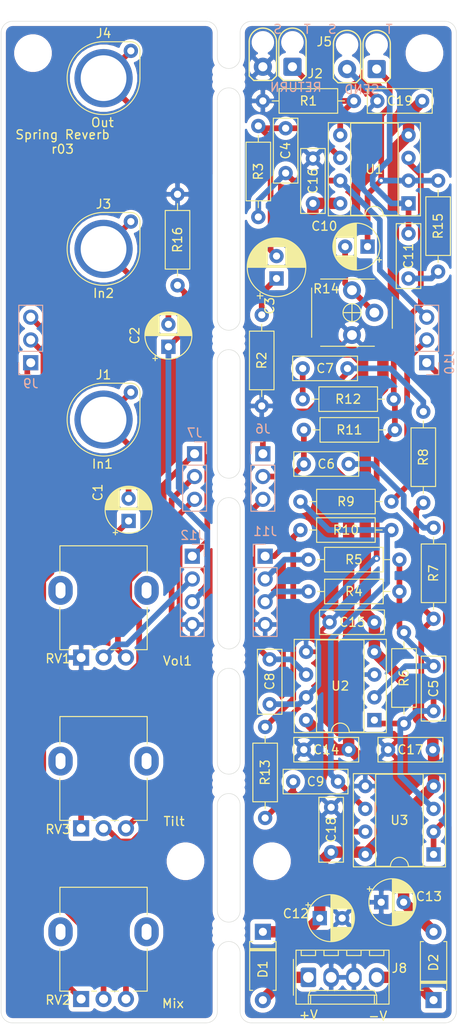
<source format=kicad_pcb>
(kicad_pcb (version 20171130) (host pcbnew "(5.1.8-0-10_14)")
  (layers (0 F.Cu signal) (31 B.Cu signal) (36 B.SilkS user) (37 F.SilkS user) (38 B.Mask user) (39 F.Mask user) (44 Edge.Cuts user))
  (net 0 "")
  (net 1 "Net-(C3-Pad2)")
  (net 2 "Net-(C3-Pad1)")
  (net 3 "Net-(C5-Pad2)")
  (net 4 "Net-(C6-Pad2)")
  (net 5 "Net-(C7-Pad1)")
  (net 6 "Net-(C8-Pad1)")
  (net 7 GND)
  (net 8 +12V)
  (net 9 -12V)
  (net 10 "Net-(C11-Pad2)")
  (net 11 "Net-(C11-Pad1)")
  (net 12 /AUDIO1_IN_MAIN)
  (net 13 /AUDIO2_IN_MAIN)
  (net 14 /AUDIO_OUT_MAIN)
  (net 15 /TILT_HI_MAIN)
  (net 16 /TILT_LO_MAIN)
  (net 17 /TILT_CENTRE_MAIN)
  (net 18 /AUDIO1_IN_CTRL)
  (net 19 /AUDIO2_IN_CTRL)
  (net 20 /AUDIO_OUT_CTRL)
  (net 21 /TILT_HI_CTRL)
  (net 22 /TILT_CENTRE_CTRL)
  (net 23 /TILT_LO_CTRL)
  (net 24 GND1)
  (net 25 "Net-(C1-Pad1)")
  (net 26 "Net-(C2-Pad2)")
  (net 27 /AUDIO_WET_MAIN)
  (net 28 /AUDIO_MIX)
  (net 29 "Net-(D1-Pad2)")
  (net 30 "Net-(D2-Pad1)")
  (net 31 /AUDIO_MIX_CTRL)
  (net 32 /AUDIO_WET_CTRL)
  (net 33 /AUDIO_DRY_CTRL)
  (net 34 /AUDIO_MIX_MAIN)
  (net 35 /AUDIO_DRY_MAIN)
  (net 36 "Net-(C1-Pad2)")
  (net 37 "Net-(C9-Pad2)")
  (net 38 "Net-(C9-Pad1)")
  (net 39 "Net-(C10-Pad2)")
  (net 40 "Net-(C10-Pad1)")
  (net 41 "Net-(J2-Pad1)")
  (module rumblesan-footprints:Resistor_THT_L6.3mm_D2.5mm_P10.16mm_Horizontal (layer F.Cu) (at 120.015 67.564 90)
    (fp_text reference R16 (at 5.08 0 90) (layer F.SilkS))
    (fp_text value 100k)
    (pad 2 thru_hole oval (at 10.16 0 90) (size 1.6 1.6) (drill 0.8) (layers *.Cu *.Mask) (net 24 GND1))
    (pad 1 thru_hole circle (at 0 0 90) (size 1.6 1.6) (drill 0.8) (layers *.Cu *.Mask) (net 19 /AUDIO2_IN_CTRL))
  )
  (module Potentiometer_THT:Potentiometer_Alpha_RD901F-40-00D_Single_Vertical (layer F.Cu) (at 111.76 139.7 90)
    (fp_text reference RV2 (at -7.62 -5.08 180) (layer F.SilkS))
    (fp_text value 100k)
    (pad "" thru_hole oval (at 0 -4.8 180) (size 2.72 3.24) (drill oval 1.1 1.8) (layers *.Cu *.Mask))
    (pad "" thru_hole oval (at 0 4.8 180) (size 2.72 3.24) (drill oval 1.1 1.8) (layers *.Cu *.Mask))
    (pad 3 thru_hole circle (at -7.5 2.5 180) (size 1.8 1.8) (drill 1) (layers *.Cu *.Mask) (net 32 /AUDIO_WET_CTRL))
    (pad 2 thru_hole circle (at -7.5 0 180) (size 1.8 1.8) (drill 1) (layers *.Cu *.Mask) (net 31 /AUDIO_MIX_CTRL))
    (pad 1 thru_hole rect (at -7.5 -2.5 180) (size 1.8 1.8) (drill 1) (layers *.Cu *.Mask) (net 33 /AUDIO_DRY_CTRL))
  )
  (module MountingHole:MountingHole_3.2mm_M3 (layer F.Cu) (at 103.886 41.656)
    (fp_text reference REF** hide)
    (fp_text value MountingHole_3.2mm_M3 hide)
    (pad 1 np_thru_hole circle (at 0 0) (size 3.2 3.2) (drill 3.2) (layers *.Cu *.Mask))
  )
  (module MountingHole:MountingHole_3.2mm_M3 (layer F.Cu) (at 130.556 131.826)
    (fp_text reference REF** hide)
    (fp_text value MountingHole_3.2mm_M3 hide)
    (pad 1 np_thru_hole circle (at 0 0) (size 3.2 3.2) (drill 3.2) (layers *.Cu *.Mask))
  )
  (module MountingHole:MountingHole_3.2mm_M3 (layer F.Cu) (at 120.904 131.826)
    (fp_text reference REF** hide)
    (fp_text value MountingHole_3.2mm_M3 hide)
    (pad 1 np_thru_hole circle (at 0 0) (size 3.2 3.2) (drill 3.2) (layers *.Cu *.Mask))
  )
  (module MountingHole:MountingHole_3.2mm_M3 (layer F.Cu) (at 147.574 41.656)
    (fp_text reference REF** hide)
    (fp_text value MountingHole_3.2mm_M3 hide)
    (pad 1 np_thru_hole circle (at 0 0) (size 3.2 3.2) (drill 3.2) (layers *.Cu *.Mask))
  )
  (module rumblesan-footprints:Potentiometer_THT_Bourns_3306P_Vertical (layer F.Cu) (at 139.486 70.612 270)
    (fp_text reference R14 (at -2.667 2.881 180) (layer F.SilkS))
    (fp_text value 10k)
    (pad 3 thru_hole circle (at 2.5 0 270) (size 2 2) (drill 1.1) (layers *.Cu *.Mask) (net 7 GND))
    (pad 1 thru_hole circle (at -2.5 0 270) (size 2 2) (drill 1.1) (layers *.Cu *.Mask) (net 39 "Net-(C10-Pad2)"))
    (pad 2 thru_hole circle (at 0 -2.5 270) (size 2 2) (drill 1.1) (layers *.Cu *.Mask) (net 39 "Net-(C10-Pad2)"))
  )
  (module rumblesan-footprints:Resistor_THT_L6.3mm_D2.5mm_P10.16mm_Horizontal (layer F.Cu) (at 129.794 116.84 270)
    (fp_text reference R13 (at 5.08 0 90) (layer F.SilkS))
    (fp_text value 330)
    (pad 2 thru_hole oval (at 10.16 0 270) (size 1.6 1.6) (drill 0.8) (layers *.Cu *.Mask) (net 38 "Net-(C9-Pad1)"))
    (pad 1 thru_hole circle (at 0 0 270) (size 1.6 1.6) (drill 0.8) (layers *.Cu *.Mask) (net 14 /AUDIO_OUT_MAIN))
  )
  (module rumblesan-footprints:Resistor_THT_L6.3mm_D2.5mm_P10.16mm_Horizontal (layer F.Cu) (at 129.413 70.866 270)
    (fp_text reference R2 (at 5.08 0 90) (layer F.SilkS))
    (fp_text value 22r)
    (pad 2 thru_hole oval (at 10.16 0 270) (size 1.6 1.6) (drill 0.8) (layers *.Cu *.Mask) (net 7 GND))
    (pad 1 thru_hole circle (at 0 0 270) (size 1.6 1.6) (drill 0.8) (layers *.Cu *.Mask) (net 2 "Net-(C3-Pad1)"))
  )
  (module rumblesan-footprints:Molex_KK-254_AE-6410-04A_1x04_P2.54mm_Vertical (layer F.Cu) (at 134.62 144.78)
    (fp_text reference J8 (at 10.16 -1.016) (layer F.SilkS))
    (fp_text value Conn_01x04_Male hide)
    (pad 4 thru_hole oval (at 7.62 0) (size 1.74 2.19) (drill 1.19) (layers *.Cu *.Mask) (net 30 "Net-(D2-Pad1)"))
    (pad 3 thru_hole oval (at 5.08 0) (size 1.74 2.19) (drill 1.19) (layers *.Cu *.Mask) (net 7 GND))
    (pad 2 thru_hole oval (at 2.54 0) (size 1.74 2.19) (drill 1.19) (layers *.Cu *.Mask) (net 7 GND))
    (pad 1 thru_hole roundrect (at 0 0) (size 1.74 2.19) (drill 1.19) (layers *.Cu *.Mask) (roundrect_rratio 0.1436775862068966) (net 29 "Net-(D1-Pad2)"))
  )
  (module Connector_PinHeader_2.54mm:PinHeader_1x03_P2.54mm_Vertical (layer B.Cu) (at 121.92 86.36 180)
    (fp_text reference J7 (at 0 2.33) (layer B.SilkS) (effects (justify mirror)))
    (fp_text value TILT_CTRL)
    (pad 3 thru_hole oval (at 0 -5.08 180) (size 1.7 1.7) (drill 1) (layers *.Cu *.Mask) (net 22 /TILT_CENTRE_CTRL))
    (pad 2 thru_hole oval (at 0 -2.54 180) (size 1.7 1.7) (drill 1) (layers *.Cu *.Mask) (net 21 /TILT_HI_CTRL))
    (pad 1 thru_hole rect (at 0 0 180) (size 1.7 1.7) (drill 1) (layers *.Cu *.Mask) (net 23 /TILT_LO_CTRL))
  )
  (module Connector_PinSocket_2.54mm:PinSocket_1x03_P2.54mm_Vertical (layer B.Cu) (at 129.54 86.36 180)
    (fp_text reference J6 (at 0 2.77) (layer B.SilkS) (effects (justify mirror)))
    (fp_text value TILT_MAIN)
    (pad 3 thru_hole oval (at 0 -5.08 180) (size 1.7 1.7) (drill 1) (layers *.Cu *.Mask) (net 17 /TILT_CENTRE_MAIN))
    (pad 2 thru_hole oval (at 0 -2.54 180) (size 1.7 1.7) (drill 1) (layers *.Cu *.Mask) (net 15 /TILT_HI_MAIN))
    (pad 1 thru_hole rect (at 0 0 180) (size 1.7 1.7) (drill 1) (layers *.Cu *.Mask) (net 16 /TILT_LO_MAIN))
  )
  (module rumblesan-footprints:SolderWire-24AWG-0.2sqmm_1x02_D0.5mm_OD1.1mm_Relief (layer F.Cu) (at 142.24 43.434 180)
    (fp_text reference J5 (at 5.842 3.048) (layer F.SilkS))
    (fp_text value REV_SEND)
    (pad "" np_thru_hole circle (at 0 2.73 180) (size 1.5 1.5) (drill 1.5) (layers *.Cu *.Mask))
    (pad 1 thru_hole roundrect (at 0 0 180) (size 2.032 2.032) (drill 1.016) (layers *.Cu *.Mask) (roundrect_rratio 0.125) (net 40 "Net-(C10-Pad1)"))
    (pad "" np_thru_hole circle (at 3.302 2.73 180) (size 1.5 1.5) (drill 1.5) (layers *.Cu *.Mask))
    (pad 2 thru_hole circle (at 3.302 0 180) (size 2.032 2.032) (drill 1.016) (layers *.Cu *.Mask) (net 11 "Net-(C11-Pad1)"))
  )
  (module rumblesan-footprints:BananaJack_THT_JohnsonCinch_108-09 (layer F.Cu) (at 111.76 63.5)
    (fp_text reference J3 (at 0 -5) (layer F.SilkS))
    (fp_text value IN2)
    (pad 1 thru_hole circle (at 3.048 -3.048) (size 1.6 1.6) (drill 0.8) (layers *.Cu *.Mask) (net 26 "Net-(C2-Pad2)"))
    (pad 1 thru_hole circle (at 0 0) (size 6.5 6.5) (drill 5.1) (layers *.Cu *.Mask) (net 26 "Net-(C2-Pad2)"))
  )
  (module rumblesan-footprints:SolderWire-24AWG-0.2sqmm_1x02_D0.5mm_OD1.1mm_Relief (layer F.Cu) (at 132.842 43.18 180)
    (fp_text reference J2 (at -2.54 -0.762) (layer F.SilkS))
    (fp_text value REV_RETURN)
    (pad "" np_thru_hole circle (at 0 2.73 180) (size 1.5 1.5) (drill 1.5) (layers *.Cu *.Mask))
    (pad 1 thru_hole roundrect (at 0 0 180) (size 2.032 2.032) (drill 1.016) (layers *.Cu *.Mask) (roundrect_rratio 0.125) (net 41 "Net-(J2-Pad1)"))
    (pad "" np_thru_hole circle (at 3.302 2.73 180) (size 1.5 1.5) (drill 1.5) (layers *.Cu *.Mask))
    (pad 2 thru_hole circle (at 3.302 0 180) (size 2.032 2.032) (drill 1.016) (layers *.Cu *.Mask) (net 7 GND))
  )
  (module Capacitor_THT:CP_Radial_D5.0mm_P2.50mm (layer F.Cu) (at 142.748 136.398)
    (fp_text reference C13 (at 5.334 -0.635) (layer F.SilkS))
    (fp_text value 10uf)
    (pad 2 thru_hole circle (at 2.5 0) (size 1.6 1.6) (drill 0.8) (layers *.Cu *.Mask) (net 9 -12V))
    (pad 1 thru_hole rect (at 0 0) (size 1.6 1.6) (drill 0.8) (layers *.Cu *.Mask) (net 7 GND))
  )
  (module Capacitor_THT:CP_Radial_D5.0mm_P2.50mm (layer F.Cu) (at 135.89 138.176)
    (fp_text reference C12 (at -2.667 -0.508) (layer F.SilkS))
    (fp_text value 10uf)
    (pad 2 thru_hole circle (at 2.5 0) (size 1.6 1.6) (drill 0.8) (layers *.Cu *.Mask) (net 7 GND))
    (pad 1 thru_hole rect (at 0 0) (size 1.6 1.6) (drill 0.8) (layers *.Cu *.Mask) (net 8 +12V))
  )
  (module Capacitor_THT:C_Rect_L7.0mm_W2.5mm_P5.00mm (layer F.Cu) (at 145.796 61.802 270)
    (fp_text reference C11 (at 2.5 0 90) (layer F.SilkS))
    (fp_text value 3n3f)
    (pad 2 thru_hole circle (at 5 0 270) (size 1.6 1.6) (drill 0.8) (layers *.Cu *.Mask) (net 10 "Net-(C11-Pad2)"))
    (pad 1 thru_hole circle (at 0 0 270) (size 1.6 1.6) (drill 0.8) (layers *.Cu *.Mask) (net 11 "Net-(C11-Pad1)"))
  )
  (module Capacitor_THT:C_Rect_L7.0mm_W2.5mm_P5.00mm (layer F.Cu) (at 132.922 122.936)
    (fp_text reference C9 (at 2.5 0) (layer F.SilkS))
    (fp_text value 22pf)
    (pad 2 thru_hole circle (at 5 0) (size 1.6 1.6) (drill 0.8) (layers *.Cu *.Mask) (net 37 "Net-(C9-Pad2)"))
    (pad 1 thru_hole circle (at 0 0) (size 1.6 1.6) (drill 0.8) (layers *.Cu *.Mask) (net 38 "Net-(C9-Pad1)"))
  )
  (module Potentiometer_THT:Potentiometer_Alpha_RD901F-40-00D_Single_Vertical (layer F.Cu) (at 111.76 120.65 90)
    (fp_text reference RV3 (at -7.62 -5.08) (layer F.SilkS))
    (fp_text value 10k)
    (pad "" thru_hole oval (at 0 -4.8 180) (size 2.72 3.24) (drill oval 1.1 1.8) (layers *.Cu *.Mask))
    (pad "" thru_hole oval (at 0 4.8 180) (size 2.72 3.24) (drill oval 1.1 1.8) (layers *.Cu *.Mask))
    (pad 3 thru_hole circle (at -7.5 2.5 180) (size 1.8 1.8) (drill 1) (layers *.Cu *.Mask) (net 21 /TILT_HI_CTRL))
    (pad 2 thru_hole circle (at -7.5 0 180) (size 1.8 1.8) (drill 1) (layers *.Cu *.Mask) (net 22 /TILT_CENTRE_CTRL))
    (pad 1 thru_hole rect (at -7.5 -2.5 180) (size 1.8 1.8) (drill 1) (layers *.Cu *.Mask) (net 23 /TILT_LO_CTRL))
  )
  (module Potentiometer_THT:Potentiometer_Alpha_RD901F-40-00D_Single_Vertical (layer F.Cu) (at 111.76 101.6 90)
    (fp_text reference RV1 (at -7.62 -5.08) (layer F.SilkS))
    (fp_text value 100k)
    (pad "" thru_hole oval (at 0 -4.8 180) (size 2.72 3.24) (drill oval 1.1 1.8) (layers *.Cu *.Mask))
    (pad "" thru_hole oval (at 0 4.8 180) (size 2.72 3.24) (drill oval 1.1 1.8) (layers *.Cu *.Mask))
    (pad 3 thru_hole circle (at -7.5 2.5 180) (size 1.8 1.8) (drill 1) (layers *.Cu *.Mask) (net 25 "Net-(C1-Pad1)"))
    (pad 2 thru_hole circle (at -7.5 0 180) (size 1.8 1.8) (drill 1) (layers *.Cu *.Mask) (net 18 /AUDIO1_IN_CTRL))
    (pad 1 thru_hole rect (at -7.5 -2.5 180) (size 1.8 1.8) (drill 1) (layers *.Cu *.Mask) (net 24 GND1))
  )
  (module Package_DIP:DIP-8_W7.62mm_Socket (layer F.Cu) (at 148.59 131.064 180)
    (fp_text reference U3 (at 3.81 3.81) (layer F.SilkS))
    (fp_text value TL072)
    (pad 8 thru_hole oval (at 7.62 0 180) (size 1.6 1.6) (drill 0.8) (layers *.Cu *.Mask) (net 8 +12V))
    (pad 4 thru_hole oval (at 0 7.62 180) (size 1.6 1.6) (drill 0.8) (layers *.Cu *.Mask) (net 9 -12V))
    (pad 7 thru_hole oval (at 7.62 2.54 180) (size 1.6 1.6) (drill 0.8) (layers *.Cu *.Mask) (net 38 "Net-(C9-Pad1)"))
    (pad 3 thru_hole oval (at 0 5.08 180) (size 1.6 1.6) (drill 0.8) (layers *.Cu *.Mask) (net 28 /AUDIO_MIX))
    (pad 6 thru_hole oval (at 7.62 5.08 180) (size 1.6 1.6) (drill 0.8) (layers *.Cu *.Mask) (net 37 "Net-(C9-Pad2)"))
    (pad 2 thru_hole oval (at 0 2.54 180) (size 1.6 1.6) (drill 0.8) (layers *.Cu *.Mask) (net 35 /AUDIO_DRY_MAIN))
    (pad 5 thru_hole oval (at 7.62 7.62 180) (size 1.6 1.6) (drill 0.8) (layers *.Cu *.Mask) (net 7 GND))
    (pad 1 thru_hole rect (at 0 0 180) (size 1.6 1.6) (drill 0.8) (layers *.Cu *.Mask) (net 35 /AUDIO_DRY_MAIN))
  )
  (module Package_DIP:DIP-8_W7.62mm_Socket (layer F.Cu) (at 141.986 116.078 180)
    (fp_text reference U2 (at 3.81 3.81) (layer F.SilkS))
    (fp_text value NE5532)
    (pad 8 thru_hole oval (at 7.62 0 180) (size 1.6 1.6) (drill 0.8) (layers *.Cu *.Mask) (net 8 +12V))
    (pad 4 thru_hole oval (at 0 7.62 180) (size 1.6 1.6) (drill 0.8) (layers *.Cu *.Mask) (net 9 -12V))
    (pad 7 thru_hole oval (at 7.62 2.54 180) (size 1.6 1.6) (drill 0.8) (layers *.Cu *.Mask) (net 6 "Net-(C8-Pad1)"))
    (pad 3 thru_hole oval (at 0 5.08 180) (size 1.6 1.6) (drill 0.8) (layers *.Cu *.Mask) (net 7 GND))
    (pad 6 thru_hole oval (at 7.62 5.08 180) (size 1.6 1.6) (drill 0.8) (layers *.Cu *.Mask) (net 17 /TILT_CENTRE_MAIN))
    (pad 2 thru_hole oval (at 0 2.54 180) (size 1.6 1.6) (drill 0.8) (layers *.Cu *.Mask) (net 3 "Net-(C5-Pad2)"))
    (pad 5 thru_hole oval (at 7.62 7.62 180) (size 1.6 1.6) (drill 0.8) (layers *.Cu *.Mask) (net 7 GND))
    (pad 1 thru_hole rect (at 0 0 180) (size 1.6 1.6) (drill 0.8) (layers *.Cu *.Mask) (net 28 /AUDIO_MIX))
  )
  (module Package_DIP:DIP-8_W7.62mm_Socket (layer F.Cu) (at 145.796 58.42 180)
    (fp_text reference U1 (at 3.81 3.81) (layer F.SilkS))
    (fp_text value TL072)
    (pad 8 thru_hole oval (at 7.62 0 180) (size 1.6 1.6) (drill 0.8) (layers *.Cu *.Mask) (net 8 +12V))
    (pad 4 thru_hole oval (at 0 7.62 180) (size 1.6 1.6) (drill 0.8) (layers *.Cu *.Mask) (net 9 -12V))
    (pad 7 thru_hole oval (at 7.62 2.54 180) (size 1.6 1.6) (drill 0.8) (layers *.Cu *.Mask) (net 27 /AUDIO_WET_MAIN))
    (pad 3 thru_hole oval (at 0 5.08 180) (size 1.6 1.6) (drill 0.8) (layers *.Cu *.Mask) (net 6 "Net-(C8-Pad1)"))
    (pad 6 thru_hole oval (at 7.62 5.08 180) (size 1.6 1.6) (drill 0.8) (layers *.Cu *.Mask) (net 1 "Net-(C3-Pad2)"))
    (pad 2 thru_hole oval (at 0 2.54 180) (size 1.6 1.6) (drill 0.8) (layers *.Cu *.Mask) (net 40 "Net-(C10-Pad1)"))
    (pad 5 thru_hole oval (at 7.62 7.62 180) (size 1.6 1.6) (drill 0.8) (layers *.Cu *.Mask) (net 41 "Net-(J2-Pad1)"))
    (pad 1 thru_hole rect (at 0 0 180) (size 1.6 1.6) (drill 0.8) (layers *.Cu *.Mask) (net 11 "Net-(C11-Pad1)"))
  )
  (module rumblesan-footprints:Resistor_THT_L6.3mm_D2.5mm_P10.16mm_Horizontal (layer F.Cu) (at 149.098 66.04 90)
    (fp_text reference R15 (at 5.08 0 90) (layer F.SilkS))
    (fp_text value 2k2)
    (pad 2 thru_hole oval (at 10.16 0 90) (size 1.6 1.6) (drill 0.8) (layers *.Cu *.Mask) (net 40 "Net-(C10-Pad1)"))
    (pad 1 thru_hole circle (at 0 0 90) (size 1.6 1.6) (drill 0.8) (layers *.Cu *.Mask) (net 10 "Net-(C11-Pad2)"))
  )
  (module rumblesan-footprints:Resistor_THT_L6.3mm_D2.5mm_P10.16mm_Horizontal (layer F.Cu) (at 144.145 80.264 180)
    (fp_text reference R12 (at 5.08 0) (layer F.SilkS))
    (fp_text value 2k2)
    (pad 2 thru_hole oval (at 10.16 0 180) (size 1.6 1.6) (drill 0.8) (layers *.Cu *.Mask) (net 5 "Net-(C7-Pad1)"))
    (pad 1 thru_hole circle (at 0 0 180) (size 1.6 1.6) (drill 0.8) (layers *.Cu *.Mask) (net 6 "Net-(C8-Pad1)"))
  )
  (module rumblesan-footprints:Resistor_THT_L6.3mm_D2.5mm_P10.16mm_Horizontal (layer F.Cu) (at 144.272 83.693 180)
    (fp_text reference R11 (at 5.08 0) (layer F.SilkS))
    (fp_text value 6k8)
    (pad 2 thru_hole oval (at 10.16 0 180) (size 1.6 1.6) (drill 0.8) (layers *.Cu *.Mask) (net 15 /TILT_HI_MAIN))
    (pad 1 thru_hole circle (at 0 0 180) (size 1.6 1.6) (drill 0.8) (layers *.Cu *.Mask) (net 6 "Net-(C8-Pad1)"))
  )
  (module rumblesan-footprints:Resistor_THT_L6.3mm_D2.5mm_P10.16mm_Horizontal (layer F.Cu) (at 133.731 94.869)
    (fp_text reference R10 (at 5.08 0) (layer F.SilkS))
    (fp_text value 100k)
    (pad 2 thru_hole oval (at 10.16 0) (size 1.6 1.6) (drill 0.8) (layers *.Cu *.Mask) (net 37 "Net-(C9-Pad2)"))
    (pad 1 thru_hole circle (at 0 0) (size 1.6 1.6) (drill 0.8) (layers *.Cu *.Mask) (net 14 /AUDIO_OUT_MAIN))
  )
  (module rumblesan-footprints:Resistor_THT_L6.3mm_D2.5mm_P10.16mm_Horizontal (layer F.Cu) (at 133.731 91.694)
    (fp_text reference R9 (at 5.08 0) (layer F.SilkS))
    (fp_text value 100k)
    (pad 2 thru_hole oval (at 10.16 0) (size 1.6 1.6) (drill 0.8) (layers *.Cu *.Mask) (net 34 /AUDIO_MIX_MAIN))
    (pad 1 thru_hole circle (at 0 0) (size 1.6 1.6) (drill 0.8) (layers *.Cu *.Mask) (net 37 "Net-(C9-Pad2)"))
  )
  (module rumblesan-footprints:Resistor_THT_L6.3mm_D2.5mm_P10.16mm_Horizontal (layer F.Cu) (at 147.447 81.661 270)
    (fp_text reference R8 (at 5.08 0 90) (layer F.SilkS))
    (fp_text value 6k8)
    (pad 2 thru_hole oval (at 10.16 0 270) (size 1.6 1.6) (drill 0.8) (layers *.Cu *.Mask) (net 28 /AUDIO_MIX))
    (pad 1 thru_hole circle (at 0 0 270) (size 1.6 1.6) (drill 0.8) (layers *.Cu *.Mask) (net 16 /TILT_LO_MAIN))
  )
  (module rumblesan-footprints:Resistor_THT_L6.3mm_D2.5mm_P10.16mm_Horizontal (layer F.Cu) (at 148.59 94.615 270)
    (fp_text reference R7 (at 5.08 0 90) (layer F.SilkS))
    (fp_text value 2k2)
    (pad 2 thru_hole oval (at 10.16 0 270) (size 1.6 1.6) (drill 0.8) (layers *.Cu *.Mask) (net 28 /AUDIO_MIX))
    (pad 1 thru_hole circle (at 0 0 270) (size 1.6 1.6) (drill 0.8) (layers *.Cu *.Mask) (net 4 "Net-(C6-Pad2)"))
  )
  (module rumblesan-footprints:Resistor_THT_L6.3mm_D2.5mm_P10.16mm_Horizontal (layer F.Cu) (at 145.288 116.459 90)
    (fp_text reference R6 (at 5.08 0 90) (layer F.SilkS))
    (fp_text value 10k)
    (pad 2 thru_hole oval (at 10.16 0 90) (size 1.6 1.6) (drill 0.8) (layers *.Cu *.Mask) (net 3 "Net-(C5-Pad2)"))
    (pad 1 thru_hole circle (at 0 0 90) (size 1.6 1.6) (drill 0.8) (layers *.Cu *.Mask) (net 28 /AUDIO_MIX))
  )
  (module rumblesan-footprints:Resistor_THT_L6.3mm_D2.5mm_P10.16mm_Horizontal (layer F.Cu) (at 144.78 98.171 180)
    (fp_text reference R5 (at 5.08 0) (layer F.SilkS))
    (fp_text value 10k)
    (pad 2 thru_hole oval (at 10.16 0 180) (size 1.6 1.6) (drill 0.8) (layers *.Cu *.Mask) (net 12 /AUDIO1_IN_MAIN))
    (pad 1 thru_hole circle (at 0 0 180) (size 1.6 1.6) (drill 0.8) (layers *.Cu *.Mask) (net 3 "Net-(C5-Pad2)"))
  )
  (module rumblesan-footprints:Resistor_THT_L6.3mm_D2.5mm_P10.16mm_Horizontal (layer F.Cu) (at 144.78 101.727 180)
    (fp_text reference R4 (at 5.08 0) (layer F.SilkS))
    (fp_text value 10k)
    (pad 2 thru_hole oval (at 10.16 0 180) (size 1.6 1.6) (drill 0.8) (layers *.Cu *.Mask) (net 13 /AUDIO2_IN_MAIN))
    (pad 1 thru_hole circle (at 0 0 180) (size 1.6 1.6) (drill 0.8) (layers *.Cu *.Mask) (net 3 "Net-(C5-Pad2)"))
  )
  (module rumblesan-footprints:Resistor_THT_L6.3mm_D2.5mm_P10.16mm_Horizontal (layer F.Cu) (at 129.032 59.944 90)
    (fp_text reference R3 (at 5.08 0 90) (layer F.SilkS))
    (fp_text value 22k)
    (pad 2 thru_hole oval (at 10.16 0 90) (size 1.6 1.6) (drill 0.8) (layers *.Cu *.Mask) (net 1 "Net-(C3-Pad2)"))
    (pad 1 thru_hole circle (at 0 0 90) (size 1.6 1.6) (drill 0.8) (layers *.Cu *.Mask) (net 27 /AUDIO_WET_MAIN))
  )
  (module rumblesan-footprints:Resistor_THT_L6.3mm_D2.5mm_P10.16mm_Horizontal (layer F.Cu) (at 139.7 46.99 180)
    (fp_text reference R1 (at 5.08 0) (layer F.SilkS))
    (fp_text value 4k7)
    (pad 2 thru_hole oval (at 10.16 0 180) (size 1.6 1.6) (drill 0.8) (layers *.Cu *.Mask) (net 7 GND))
    (pad 1 thru_hole circle (at 0 0 180) (size 1.6 1.6) (drill 0.8) (layers *.Cu *.Mask) (net 41 "Net-(J2-Pad1)"))
  )
  (module Connector_PinHeader_2.54mm:PinHeader_1x04_P2.54mm_Vertical (layer B.Cu) (at 121.666 97.79 180)
    (fp_text reference J12 (at 0 2.33) (layer B.SilkS) (effects (justify mirror)))
    (fp_text value AUDIO_IO_CTRL)
    (pad 4 thru_hole oval (at 0 -7.62 180) (size 1.7 1.7) (drill 1) (layers *.Cu *.Mask) (net 24 GND1))
    (pad 3 thru_hole oval (at 0 -5.08 180) (size 1.7 1.7) (drill 1) (layers *.Cu *.Mask) (net 19 /AUDIO2_IN_CTRL))
    (pad 2 thru_hole oval (at 0 -2.54 180) (size 1.7 1.7) (drill 1) (layers *.Cu *.Mask) (net 18 /AUDIO1_IN_CTRL))
    (pad 1 thru_hole rect (at 0 0 180) (size 1.7 1.7) (drill 1) (layers *.Cu *.Mask) (net 20 /AUDIO_OUT_CTRL))
  )
  (module Connector_PinSocket_2.54mm:PinSocket_1x04_P2.54mm_Vertical (layer B.Cu) (at 129.794 97.79 180)
    (fp_text reference J11 (at 0 2.77) (layer B.SilkS) (effects (justify mirror)))
    (fp_text value AUDIO_IO_MAIN)
    (pad 4 thru_hole oval (at 0 -7.62 180) (size 1.7 1.7) (drill 1) (layers *.Cu *.Mask) (net 7 GND))
    (pad 3 thru_hole oval (at 0 -5.08 180) (size 1.7 1.7) (drill 1) (layers *.Cu *.Mask) (net 13 /AUDIO2_IN_MAIN))
    (pad 2 thru_hole oval (at 0 -2.54 180) (size 1.7 1.7) (drill 1) (layers *.Cu *.Mask) (net 12 /AUDIO1_IN_MAIN))
    (pad 1 thru_hole rect (at 0 0 180) (size 1.7 1.7) (drill 1) (layers *.Cu *.Mask) (net 14 /AUDIO_OUT_MAIN))
  )
  (module Connector_PinSocket_2.54mm:PinSocket_1x03_P2.54mm_Vertical (layer B.Cu) (at 147.828 76.2)
    (fp_text reference J10 (at 2.54 0 270) (layer B.SilkS) (effects (justify mirror)))
    (fp_text value MIX_MAIN)
    (pad 3 thru_hole oval (at 0 -5.08) (size 1.7 1.7) (drill 1) (layers *.Cu *.Mask) (net 27 /AUDIO_WET_MAIN))
    (pad 2 thru_hole oval (at 0 -2.54) (size 1.7 1.7) (drill 1) (layers *.Cu *.Mask) (net 34 /AUDIO_MIX_MAIN))
    (pad 1 thru_hole rect (at 0 0) (size 1.7 1.7) (drill 1) (layers *.Cu *.Mask) (net 35 /AUDIO_DRY_MAIN))
  )
  (module Connector_PinHeader_2.54mm:PinHeader_1x03_P2.54mm_Vertical (layer B.Cu) (at 103.632 76.2)
    (fp_text reference J9 (at 0 2.33 180) (layer B.SilkS) (effects (justify mirror)))
    (fp_text value MIX_CTRL)
    (pad 3 thru_hole oval (at 0 -5.08) (size 1.7 1.7) (drill 1) (layers *.Cu *.Mask) (net 32 /AUDIO_WET_CTRL))
    (pad 2 thru_hole oval (at 0 -2.54) (size 1.7 1.7) (drill 1) (layers *.Cu *.Mask) (net 31 /AUDIO_MIX_CTRL))
    (pad 1 thru_hole rect (at 0 0) (size 1.7 1.7) (drill 1) (layers *.Cu *.Mask) (net 33 /AUDIO_DRY_CTRL))
  )
  (module rumblesan-footprints:BananaJack_THT_JohnsonCinch_108-09 (layer F.Cu) (at 111.76 44.45)
    (fp_text reference J4 (at 0 -5) (layer F.SilkS))
    (fp_text value OUT)
    (pad 1 thru_hole circle (at 3.048 -3.048) (size 1.6 1.6) (drill 0.8) (layers *.Cu *.Mask) (net 20 /AUDIO_OUT_CTRL))
    (pad 1 thru_hole circle (at 0 0) (size 6.5 6.5) (drill 5.1) (layers *.Cu *.Mask) (net 20 /AUDIO_OUT_CTRL))
  )
  (module rumblesan-footprints:BananaJack_THT_JohnsonCinch_108-09 (layer F.Cu) (at 111.76 82.55)
    (fp_text reference J1 (at 0 -5) (layer F.SilkS))
    (fp_text value IN1)
    (pad 1 thru_hole circle (at 3.048 -3.048) (size 1.6 1.6) (drill 0.8) (layers *.Cu *.Mask) (net 36 "Net-(C1-Pad2)"))
    (pad 1 thru_hole circle (at 0 0) (size 6.5 6.5) (drill 5.1) (layers *.Cu *.Mask) (net 36 "Net-(C1-Pad2)"))
  )
  (module rumblesan-footprints:Diode_THT_P7.62mm_Horizontal (layer F.Cu) (at 148.59 147.32 90)
    (fp_text reference D2 (at 4.191 0 90) (layer F.SilkS))
    (fp_text value 1n4004)
    (pad 2 thru_hole oval (at 7.62 0 90) (size 1.8 1.8) (drill 0.9) (layers *.Cu *.Mask) (net 9 -12V))
    (pad 1 thru_hole rect (at 0 0 90) (size 1.8 1.8) (drill 0.9) (layers *.Cu *.Mask) (net 30 "Net-(D2-Pad1)"))
  )
  (module rumblesan-footprints:Diode_THT_P7.62mm_Horizontal (layer F.Cu) (at 129.54 139.7 270)
    (fp_text reference D1 (at 4.191 0 90) (layer F.SilkS))
    (fp_text value 1n4004)
    (pad 2 thru_hole oval (at 7.62 0 270) (size 1.8 1.8) (drill 0.9) (layers *.Cu *.Mask) (net 29 "Net-(D1-Pad2)"))
    (pad 1 thru_hole rect (at 0 0 270) (size 1.8 1.8) (drill 0.9) (layers *.Cu *.Mask) (net 8 +12V))
  )
  (module Capacitor_THT:C_Rect_L7.0mm_W2.5mm_P5.00mm (layer F.Cu) (at 142.32 46.99)
    (fp_text reference C19 (at 2.5 0) (layer F.SilkS))
    (fp_text value 100nf)
    (pad 2 thru_hole circle (at 5 0) (size 1.6 1.6) (drill 0.8) (layers *.Cu *.Mask) (net 9 -12V))
    (pad 1 thru_hole circle (at 0 0) (size 1.6 1.6) (drill 0.8) (layers *.Cu *.Mask) (net 7 GND))
  )
  (module Capacitor_THT:C_Rect_L7.0mm_W2.5mm_P5.00mm (layer F.Cu) (at 137.16 130.81 90)
    (fp_text reference C18 (at 2.5 0 90) (layer F.SilkS))
    (fp_text value 100nf)
    (pad 2 thru_hole circle (at 5 0 90) (size 1.6 1.6) (drill 0.8) (layers *.Cu *.Mask) (net 7 GND))
    (pad 1 thru_hole circle (at 0 0 90) (size 1.6 1.6) (drill 0.8) (layers *.Cu *.Mask) (net 8 +12V))
  )
  (module Capacitor_THT:C_Rect_L7.0mm_W2.5mm_P5.00mm (layer F.Cu) (at 143.51 119.38)
    (fp_text reference C17 (at 2.5 0) (layer F.SilkS))
    (fp_text value 100nf)
    (pad 2 thru_hole circle (at 5 0) (size 1.6 1.6) (drill 0.8) (layers *.Cu *.Mask) (net 9 -12V))
    (pad 1 thru_hole circle (at 0 0) (size 1.6 1.6) (drill 0.8) (layers *.Cu *.Mask) (net 7 GND))
  )
  (module Capacitor_THT:C_Rect_L7.0mm_W2.5mm_P5.00mm (layer F.Cu) (at 135.128 58.42 90)
    (fp_text reference C16 (at 2.5 0 90) (layer F.SilkS))
    (fp_text value 100nf)
    (pad 2 thru_hole circle (at 5 0 90) (size 1.6 1.6) (drill 0.8) (layers *.Cu *.Mask) (net 7 GND))
    (pad 1 thru_hole circle (at 0 0 90) (size 1.6 1.6) (drill 0.8) (layers *.Cu *.Mask) (net 8 +12V))
  )
  (module Capacitor_THT:C_Rect_L7.0mm_W2.5mm_P5.00mm (layer F.Cu) (at 136.986 105.156)
    (fp_text reference C15 (at 2.54 0) (layer F.SilkS))
    (fp_text value 100nf)
    (pad 2 thru_hole circle (at 5 0) (size 1.6 1.6) (drill 0.8) (layers *.Cu *.Mask) (net 9 -12V))
    (pad 1 thru_hole circle (at 0 0) (size 1.6 1.6) (drill 0.8) (layers *.Cu *.Mask) (net 7 GND))
  )
  (module Capacitor_THT:C_Rect_L7.0mm_W2.5mm_P5.00mm (layer F.Cu) (at 139.112 119.38 180)
    (fp_text reference C14 (at 2.5 0) (layer F.SilkS))
    (fp_text value 100nf)
    (pad 2 thru_hole circle (at 5 0 180) (size 1.6 1.6) (drill 0.8) (layers *.Cu *.Mask) (net 7 GND))
    (pad 1 thru_hole circle (at 0 0 180) (size 1.6 1.6) (drill 0.8) (layers *.Cu *.Mask) (net 8 +12V))
  )
  (module Capacitor_THT:CP_Radial_D5.0mm_P2.50mm (layer F.Cu) (at 141.224 63.246 180)
    (fp_text reference C10 (at 4.826 2.286 180) (layer F.SilkS))
    (fp_text value 10uf)
    (pad 2 thru_hole circle (at 2.5 0 180) (size 1.6 1.6) (drill 0.8) (layers *.Cu *.Mask) (net 39 "Net-(C10-Pad2)"))
    (pad 1 thru_hole rect (at 0 0 180) (size 1.6 1.6) (drill 0.8) (layers *.Cu *.Mask) (net 40 "Net-(C10-Pad1)"))
  )
  (module Capacitor_THT:C_Rect_L7.0mm_W2.5mm_P5.00mm (layer F.Cu) (at 130.302 114.3 90)
    (fp_text reference C8 (at 2.54 0 90) (layer F.SilkS))
    (fp_text value 22pf)
    (pad 2 thru_hole circle (at 5 0 90) (size 1.6 1.6) (drill 0.8) (layers *.Cu *.Mask) (net 17 /TILT_CENTRE_MAIN))
    (pad 1 thru_hole circle (at 0 0 90) (size 1.6 1.6) (drill 0.8) (layers *.Cu *.Mask) (net 6 "Net-(C8-Pad1)"))
  )
  (module Capacitor_THT:C_Rect_L7.0mm_W2.5mm_P5.00mm (layer F.Cu) (at 133.985 76.835)
    (fp_text reference C7 (at 2.5 0) (layer F.SilkS))
    (fp_text value 33nf)
    (pad 2 thru_hole circle (at 5 0) (size 1.6 1.6) (drill 0.8) (layers *.Cu *.Mask) (net 16 /TILT_LO_MAIN))
    (pad 1 thru_hole circle (at 0 0) (size 1.6 1.6) (drill 0.8) (layers *.Cu *.Mask) (net 5 "Net-(C7-Pad1)"))
  )
  (module Capacitor_THT:C_Rect_L7.0mm_W2.5mm_P5.00mm (layer F.Cu) (at 134.112 87.503)
    (fp_text reference C6 (at 2.5 0) (layer F.SilkS))
    (fp_text value 33nf)
    (pad 2 thru_hole circle (at 5 0) (size 1.6 1.6) (drill 0.8) (layers *.Cu *.Mask) (net 4 "Net-(C6-Pad2)"))
    (pad 1 thru_hole circle (at 0 0) (size 1.6 1.6) (drill 0.8) (layers *.Cu *.Mask) (net 15 /TILT_HI_MAIN))
  )
  (module Capacitor_THT:C_Rect_L7.0mm_W2.5mm_P5.00mm (layer F.Cu) (at 148.59 115.062 90)
    (fp_text reference C5 (at 2.5 0 90) (layer F.SilkS))
    (fp_text value 22pf)
    (pad 2 thru_hole circle (at 5 0 90) (size 1.6 1.6) (drill 0.8) (layers *.Cu *.Mask) (net 3 "Net-(C5-Pad2)"))
    (pad 1 thru_hole circle (at 0 0 90) (size 1.6 1.6) (drill 0.8) (layers *.Cu *.Mask) (net 28 /AUDIO_MIX))
  )
  (module Capacitor_THT:C_Rect_L7.0mm_W2.5mm_P5.00mm (layer F.Cu) (at 132.08 55.038 90)
    (fp_text reference C4 (at 2.5 0 90) (layer F.SilkS))
    (fp_text value 2.2nf)
    (pad 2 thru_hole circle (at 5 0 90) (size 1.6 1.6) (drill 0.8) (layers *.Cu *.Mask) (net 1 "Net-(C3-Pad2)"))
    (pad 1 thru_hole circle (at 0 0 90) (size 1.6 1.6) (drill 0.8) (layers *.Cu *.Mask) (net 27 /AUDIO_WET_MAIN))
  )
  (module Capacitor_THT:CP_Radial_D6.3mm_P2.50mm (layer F.Cu) (at 131.064 66.802 90)
    (fp_text reference C3 (at -3.048 -0.762 90) (layer F.SilkS))
    (fp_text value 22uf)
    (pad 2 thru_hole circle (at 2.5 0 90) (size 1.6 1.6) (drill 0.8) (layers *.Cu *.Mask) (net 1 "Net-(C3-Pad2)"))
    (pad 1 thru_hole rect (at 0 0 90) (size 1.6 1.6) (drill 0.8) (layers *.Cu *.Mask) (net 2 "Net-(C3-Pad1)"))
  )
  (module Capacitor_THT:CP_Radial_D5.0mm_P2.50mm (layer F.Cu) (at 118.999 74.422 90)
    (fp_text reference C2 (at 1.25 -3.75 90) (layer F.SilkS))
    (fp_text value 10uf)
    (pad 2 thru_hole circle (at 2.5 0 90) (size 1.6 1.6) (drill 0.8) (layers *.Cu *.Mask) (net 26 "Net-(C2-Pad2)"))
    (pad 1 thru_hole rect (at 0 0 90) (size 1.6 1.6) (drill 0.8) (layers *.Cu *.Mask) (net 19 /AUDIO2_IN_CTRL))
  )
  (module Capacitor_THT:CP_Radial_D5.0mm_P2.50mm (layer F.Cu) (at 114.554 93.853 90)
    (fp_text reference C1 (at 3.175 -3.429 90) (layer F.SilkS))
    (fp_text value 10uf)
    (pad 2 thru_hole circle (at 2.5 0 90) (size 1.6 1.6) (drill 0.8) (layers *.Cu *.Mask) (net 36 "Net-(C1-Pad2)"))
    (pad 1 thru_hole rect (at 0 0 90) (size 1.6 1.6) (drill 0.8) (layers *.Cu *.Mask) (net 25 "Net-(C1-Pad1)"))
  )
  (module rumblesan-footprints:mouse-bite-2.54mm-slot (layer F.Cu) (at 125.73 123.19 90)
    (fp_text reference mouse-bite-2.54mm-slot hide)
    (fp_text value VAL** hide)
    (pad "" np_thru_hole circle (at 0.8 1.1 90) (size 0.5 0.5) (drill 0.5) (layers *.Cu *.Mask))
    (pad "" np_thru_hole circle (at -0.8 1.1 90) (size 0.5 0.5) (drill 0.5) (layers *.Cu *.Mask))
    (pad "" np_thru_hole circle (at -0.8 -1.1 90) (size 0.5 0.5) (drill 0.5) (layers *.Cu *.Mask))
    (pad "" np_thru_hole circle (at 0.8 -1.1 90) (size 0.5 0.5) (drill 0.5) (layers *.Cu *.Mask))
    (pad "" np_thru_hole circle (at 0 1.1 90) (size 0.5 0.5) (drill 0.5) (layers *.Cu *.Mask))
    (pad "" np_thru_hole circle (at 0 -1.1 90) (size 0.5 0.5) (drill 0.5) (layers *.Cu *.Mask))
  )
  (module rumblesan-footprints:mouse-bite-2.54mm-slot (layer F.Cu) (at 125.73 90.17 90)
    (fp_text reference mouse-bite-2.54mm-slot hide)
    (fp_text value VAL** hide)
    (pad "" np_thru_hole circle (at 0.8 1.1 90) (size 0.5 0.5) (drill 0.5) (layers *.Cu *.Mask))
    (pad "" np_thru_hole circle (at -0.8 1.1 90) (size 0.5 0.5) (drill 0.5) (layers *.Cu *.Mask))
    (pad "" np_thru_hole circle (at -0.8 -1.1 90) (size 0.5 0.5) (drill 0.5) (layers *.Cu *.Mask))
    (pad "" np_thru_hole circle (at 0.8 -1.1 90) (size 0.5 0.5) (drill 0.5) (layers *.Cu *.Mask))
    (pad "" np_thru_hole circle (at 0 1.1 90) (size 0.5 0.5) (drill 0.5) (layers *.Cu *.Mask))
    (pad "" np_thru_hole circle (at 0 -1.1 90) (size 0.5 0.5) (drill 0.5) (layers *.Cu *.Mask))
  )
  (module rumblesan-footprints:mouse-bite-2.54mm-slot (layer F.Cu) (at 125.73 44.45 90)
    (fp_text reference mouse-bite-2.54mm-slot hide)
    (fp_text value VAL** hide)
    (pad "" np_thru_hole circle (at 0.8 1.1 90) (size 0.5 0.5) (drill 0.5) (layers *.Cu *.Mask))
    (pad "" np_thru_hole circle (at -0.8 1.1 90) (size 0.5 0.5) (drill 0.5) (layers *.Cu *.Mask))
    (pad "" np_thru_hole circle (at -0.8 -1.1 90) (size 0.5 0.5) (drill 0.5) (layers *.Cu *.Mask))
    (pad "" np_thru_hole circle (at 0.8 -1.1 90) (size 0.5 0.5) (drill 0.5) (layers *.Cu *.Mask))
    (pad "" np_thru_hole circle (at 0 1.1 90) (size 0.5 0.5) (drill 0.5) (layers *.Cu *.Mask))
    (pad "" np_thru_hole circle (at 0 -1.1 90) (size 0.5 0.5) (drill 0.5) (layers *.Cu *.Mask))
  )
  (module rumblesan-footprints:mouse-bite-2.54mm-slot (layer F.Cu) (at 125.73 73.66 90)
    (fp_text reference mouse-bite-2.54mm-slot hide)
    (fp_text value VAL** hide)
    (pad "" np_thru_hole circle (at 0.8 1.1 90) (size 0.5 0.5) (drill 0.5) (layers *.Cu *.Mask))
    (pad "" np_thru_hole circle (at -0.8 1.1 90) (size 0.5 0.5) (drill 0.5) (layers *.Cu *.Mask))
    (pad "" np_thru_hole circle (at -0.8 -1.1 90) (size 0.5 0.5) (drill 0.5) (layers *.Cu *.Mask))
    (pad "" np_thru_hole circle (at 0.8 -1.1 90) (size 0.5 0.5) (drill 0.5) (layers *.Cu *.Mask))
    (pad "" np_thru_hole circle (at 0 1.1 90) (size 0.5 0.5) (drill 0.5) (layers *.Cu *.Mask))
    (pad "" np_thru_hole circle (at 0 -1.1 90) (size 0.5 0.5) (drill 0.5) (layers *.Cu *.Mask))
  )
  (module rumblesan-footprints:mouse-bite-2.54mm-slot (layer F.Cu) (at 125.73 109.22 90)
    (fp_text reference mouse-bite-2.54mm-slot hide)
    (fp_text value VAL** hide)
    (pad "" np_thru_hole circle (at 0.8 1.1 90) (size 0.5 0.5) (drill 0.5) (layers *.Cu *.Mask))
    (pad "" np_thru_hole circle (at -0.8 1.1 90) (size 0.5 0.5) (drill 0.5) (layers *.Cu *.Mask))
    (pad "" np_thru_hole circle (at -0.8 -1.1 90) (size 0.5 0.5) (drill 0.5) (layers *.Cu *.Mask))
    (pad "" np_thru_hole circle (at 0.8 -1.1 90) (size 0.5 0.5) (drill 0.5) (layers *.Cu *.Mask))
    (pad "" np_thru_hole circle (at 0 1.1 90) (size 0.5 0.5) (drill 0.5) (layers *.Cu *.Mask))
    (pad "" np_thru_hole circle (at 0 -1.1 90) (size 0.5 0.5) (drill 0.5) (layers *.Cu *.Mask))
  )
  (module rumblesan-footprints:mouse-bite-2.54mm-slot (layer F.Cu) (at 125.73 139.7 90)
    (fp_text reference mouse-bite-2.54mm-slot hide)
    (fp_text value VAL** hide)
    (pad "" np_thru_hole circle (at 0.8 1.1 90) (size 0.5 0.5) (drill 0.5) (layers *.Cu *.Mask))
    (pad "" np_thru_hole circle (at -0.8 1.1 90) (size 0.5 0.5) (drill 0.5) (layers *.Cu *.Mask))
    (pad "" np_thru_hole circle (at -0.8 -1.1 90) (size 0.5 0.5) (drill 0.5) (layers *.Cu *.Mask))
    (pad "" np_thru_hole circle (at 0.8 -1.1 90) (size 0.5 0.5) (drill 0.5) (layers *.Cu *.Mask))
    (pad "" np_thru_hole circle (at 0 1.1 90) (size 0.5 0.5) (drill 0.5) (layers *.Cu *.Mask))
    (pad "" np_thru_hole circle (at 0 -1.1 90) (size 0.5 0.5) (drill 0.5) (layers *.Cu *.Mask))
  )
  (gr_text In1 (at 111.633 87.503) (layer F.SilkS) (effects (font (size 1 1))))
  (gr_text In2 (at 111.76 68.453) (layer F.SilkS) (effects (font (size 1 1))))
  (gr_text Out (at 111.633 49.403) (layer F.SilkS) (effects (font (size 1 1))))
  (gr_text Vol1 (at 120.015 109.474) (layer F.SilkS) (effects (font (size 1 1))))
  (gr_text Tilt (at 119.634 127.381) (layer F.SilkS) (effects (font (size 1 1))))
  (gr_text Mix (at 119.507 147.701) (layer F.SilkS) (effects (font (size 1 1))))
  (gr_text "Spring Reverb\nr03" (at 107.188 51.562) (layer F.SilkS) (effects (font (size 1 1))))
  (gr_text S (at 131.191 38.989) (layer B.SilkS) (effects (font (size 1 1)) (justify mirror)))
  (gr_text T (at 134.493 38.989) (layer B.SilkS) (effects (font (size 1 1)) (justify mirror)))
  (gr_text RETURN (at 133.223 45.466) (layer B.SilkS) (effects (font (size 1 1)) (justify mirror)))
  (gr_text S (at 137.287 38.989) (layer B.SilkS) (effects (font (size 1 1)) (justify mirror)))
  (gr_text "T\n" (at 143.637 38.989) (layer B.SilkS) (effects (font (size 1 1)) (justify mirror)))
  (gr_text SEND (at 140.589 45.72) (layer B.SilkS) (effects (font (size 1 1)) (justify mirror)))
  (gr_text -V (at 142.367 149.098) (layer F.SilkS) (effects (font (size 1 1))))
  (gr_text +V (at 134.62 148.971) (layer F.SilkS) (effects (font (size 1 1))))
  (gr_line (start 124.46 92.5195) (end 124.46 106.8705) (layer Edge.Cuts) (width 0.05))
  (gr_line (start 127 106.8705) (end 127 92.5195) (layer Edge.Cuts) (width 0.05))
  (gr_line (start 124.46 120.8405) (end 124.46 111.5695) (layer Edge.Cuts) (width 0.05))
  (gr_line (start 127 111.5695) (end 127 120.8405) (layer Edge.Cuts) (width 0.05))
  (gr_arc (start 125.73 92.5195) (end 127 92.5195) (angle -180) (layer Edge.Cuts) (width 0.05))
  (gr_arc (start 125.73 87.8205) (end 124.46 87.8205) (angle -180) (layer Edge.Cuts) (width 0.05))
  (gr_arc (start 125.73 125.5395) (end 127 125.5395) (angle -180) (layer Edge.Cuts) (width 0.05))
  (gr_arc (start 125.73 120.8405) (end 124.46 120.8405) (angle -180) (layer Edge.Cuts) (width 0.05))
  (gr_arc (start 125.73 42.1005) (end 124.46 42.1005) (angle -180) (layer Edge.Cuts) (width 0.05))
  (gr_arc (start 125.73 46.7995) (end 127 46.7995) (angle -180) (layer Edge.Cuts) (width 0.05))
  (gr_arc (start 125.73 71.3105) (end 124.46 71.3105) (angle -180) (layer Edge.Cuts) (width 0.05))
  (gr_arc (start 125.73 76.0095) (end 127 76.0095) (angle -180) (layer Edge.Cuts) (width 0.05))
  (gr_arc (start 125.73 106.8705) (end 124.46 106.8705) (angle -180) (layer Edge.Cuts) (width 0.05))
  (gr_arc (start 125.73 111.5695) (end 127 111.5695) (angle -180) (layer Edge.Cuts) (width 0.05))
  (gr_arc (start 125.73 137.3505) (end 124.46 137.3505) (angle -180) (layer Edge.Cuts) (width 0.05))
  (gr_arc (start 125.73 142.0495) (end 127 142.0495) (angle -180) (layer Edge.Cuts) (width 0.05))
  (gr_line (start 124.46 142.0495) (end 124.46 148.59) (layer Edge.Cuts) (width 0.05))
  (gr_line (start 124.46 125.5395) (end 124.46 137.3505) (layer Edge.Cuts) (width 0.05))
  (gr_line (start 124.46 76.0095) (end 124.46 87.8205) (layer Edge.Cuts) (width 0.05))
  (gr_line (start 124.46 46.7995) (end 124.46 71.3105) (layer Edge.Cuts) (width 0.05))
  (gr_line (start 124.46 39.37) (end 124.46 42.1005) (layer Edge.Cuts) (width 0.05))
  (gr_line (start 127 42.1005) (end 127 39.37) (layer Edge.Cuts) (width 0.05))
  (gr_line (start 127 71.3105) (end 127 46.7995) (layer Edge.Cuts) (width 0.05))
  (gr_line (start 127 87.8205) (end 127 76.0095) (layer Edge.Cuts) (width 0.05))
  (gr_line (start 127 137.3505) (end 127 125.5395) (layer Edge.Cuts) (width 0.05))
  (gr_line (start 127 142.0495) (end 127 148.59) (layer Edge.Cuts) (width 0.05))
  (gr_arc (start 101.6 148.59) (end 100.33 148.59) (angle -90) (layer Edge.Cuts) (width 0.05))
  (gr_arc (start 123.19 148.59) (end 123.19 149.86) (angle -90) (layer Edge.Cuts) (width 0.05))
  (gr_arc (start 123.19 39.37) (end 124.46 39.37) (angle -90) (layer Edge.Cuts) (width 0.05))
  (gr_arc (start 101.6 39.37) (end 101.6 38.1) (angle -90) (layer Edge.Cuts) (width 0.05))
  (gr_arc (start 149.86 39.37) (end 151.13 39.37) (angle -90) (layer Edge.Cuts) (width 0.05))
  (gr_arc (start 128.27 39.37) (end 128.27 38.1) (angle -90) (layer Edge.Cuts) (width 0.05))
  (gr_arc (start 128.27 148.59) (end 127 148.59) (angle -90) (layer Edge.Cuts) (width 0.05))
  (gr_arc (start 149.86 148.59) (end 149.86 149.86) (angle -90) (layer Edge.Cuts) (width 0.05))
  (gr_line (start 149.86 149.86) (end 128.27 149.86) (layer Edge.Cuts) (width 0.05))
  (gr_line (start 151.13 39.37) (end 151.13 148.59) (layer Edge.Cuts) (width 0.05))
  (gr_line (start 128.27 38.1) (end 149.86 38.1) (layer Edge.Cuts) (width 0.05))
  (gr_line (start 100.33 39.37) (end 100.33 148.59) (layer Edge.Cuts) (width 0.05))
  (gr_line (start 123.19 38.1) (end 101.6 38.1) (layer Edge.Cuts) (width 0.05))
  (gr_line (start 101.6 149.86) (end 123.19 149.86) (layer Edge.Cuts) (width 0.05))
  (segment (start 134.874 50.038) (end 132.08 50.038) (width 0.635) (layer F.Cu) (net 1))
  (segment (start 138.176 53.34) (end 134.874 50.038) (width 0.635) (layer F.Cu) (net 1))
  (segment (start 129.286 50.038) (end 129.032 49.784) (width 0.635) (layer F.Cu) (net 1))
  (segment (start 138.176 53.342178) (end 138.176 53.34) (width 0.635) (layer B.Cu) (net 1))
  (segment (start 132.08 50.038) (end 129.286 50.038) (width 0.635) (layer F.Cu) (net 1))
  (segment (start 130.403501 63.641501) (end 131.064 64.302) (width 0.635) (layer F.Cu) (net 1))
  (segment (start 130.403501 51.155501) (end 130.403501 63.641501) (width 0.635) (layer F.Cu) (net 1))
  (segment (start 129.032 49.784) (end 130.403501 51.155501) (width 0.635) (layer F.Cu) (net 1))
  (segment (start 129.413 68.453) (end 131.064 66.802) (width 0.635) (layer F.Cu) (net 2))
  (segment (start 129.413 70.866) (end 129.413 68.453) (width 0.635) (layer F.Cu) (net 2))
  (segment (start 144.78 98.171) (end 144.78 101.727) (width 0.635) (layer F.Cu) (net 3))
  (segment (start 144.78 105.791) (end 145.288 106.299) (width 0.635) (layer F.Cu) (net 3))
  (segment (start 144.78 101.727) (end 144.78 105.791) (width 0.635) (layer F.Cu) (net 3))
  (segment (start 145.288 106.299) (end 145.288 106.76) (width 0.635) (layer F.Cu) (net 3))
  (segment (start 145.462 110.062) (end 141.986 113.538) (width 0.635) (layer B.Cu) (net 3))
  (segment (start 148.59 110.062) (end 145.462 110.062) (width 0.635) (layer B.Cu) (net 3))
  (segment (start 145.288 106.76) (end 148.59 110.062) (width 0.635) (layer B.Cu) (net 3))
  (segment (start 145.288 106.299) (end 145.288 106.76) (width 0.635) (layer B.Cu) (net 3))
  (segment (start 145.262501 92.418871) (end 145.262501 91.035679) (width 0.635) (layer B.Cu) (net 4))
  (segment (start 141.729822 87.503) (end 139.112 87.503) (width 0.635) (layer B.Cu) (net 4))
  (segment (start 145.262501 91.035679) (end 141.729822 87.503) (width 0.635) (layer B.Cu) (net 4))
  (segment (start 147.45863 94.615) (end 145.262501 92.418871) (width 0.635) (layer B.Cu) (net 4))
  (segment (start 148.59 94.615) (end 147.45863 94.615) (width 0.635) (layer B.Cu) (net 4))
  (segment (start 133.985 76.835) (end 133.985 80.264) (width 0.635) (layer F.Cu) (net 5))
  (segment (start 144.272 80.391) (end 144.145 80.264) (width 0.635) (layer F.Cu) (net 6))
  (segment (start 144.272 83.693) (end 144.272 80.391) (width 0.635) (layer F.Cu) (net 6))
  (segment (start 145.313509 74.917243) (end 144.145 76.085752) (width 0.635) (layer F.Cu) (net 6))
  (segment (start 144.145 76.085752) (end 144.145 80.264) (width 0.635) (layer F.Cu) (net 6))
  (segment (start 147.167501 69.698499) (end 145.313509 71.552491) (width 0.635) (layer F.Cu) (net 6))
  (segment (start 145.313509 71.552491) (end 145.313509 74.917243) (width 0.635) (layer F.Cu) (net 6))
  (segment (start 147.167501 55.221679) (end 147.167501 69.698499) (width 0.635) (layer F.Cu) (net 6))
  (segment (start 145.796 53.850178) (end 147.167501 55.221679) (width 0.635) (layer F.Cu) (net 6))
  (segment (start 145.796 53.34) (end 145.796 53.850178) (width 0.635) (layer F.Cu) (net 6))
  (via (at 142.24 98.044) (size 0.762) (drill 0.381) (layers F.Cu B.Cu) (net 6))
  (segment (start 142.24 98.044) (end 142.24 85.725) (width 0.635) (layer F.Cu) (net 6))
  (segment (start 142.24 85.725) (end 144.272 83.693) (width 0.635) (layer F.Cu) (net 6))
  (segment (start 135.614499 104.497679) (end 142.068178 98.044) (width 0.635) (layer B.Cu) (net 6))
  (segment (start 135.614499 107.676677) (end 135.614499 104.497679) (width 0.635) (layer B.Cu) (net 6))
  (segment (start 142.068178 98.044) (end 142.24 98.044) (width 0.635) (layer B.Cu) (net 6))
  (segment (start 135.737501 107.799679) (end 135.614499 107.676677) (width 0.635) (layer B.Cu) (net 6))
  (segment (start 135.737501 112.166499) (end 135.737501 107.799679) (width 0.635) (layer B.Cu) (net 6))
  (segment (start 134.366 113.538) (end 135.737501 112.166499) (width 0.635) (layer B.Cu) (net 6))
  (segment (start 133.604 114.3) (end 134.366 113.538) (width 0.635) (layer B.Cu) (net 6))
  (segment (start 130.302 114.3) (end 133.604 114.3) (width 0.635) (layer B.Cu) (net 6))
  (segment (start 134.366 139.7) (end 135.89 138.176) (width 1.27) (layer F.Cu) (net 8))
  (segment (start 129.54 139.7) (end 134.366 139.7) (width 1.27) (layer F.Cu) (net 8))
  (segment (start 135.89 132.08) (end 137.16 130.81) (width 1.27) (layer F.Cu) (net 8))
  (segment (start 135.89 138.176) (end 135.89 132.08) (width 1.27) (layer F.Cu) (net 8))
  (segment (start 140.716 130.81) (end 140.97 131.064) (width 1.27) (layer F.Cu) (net 8))
  (segment (start 137.16 130.81) (end 140.716 130.81) (width 1.27) (layer F.Cu) (net 8))
  (segment (start 142.659001 122.633279) (end 139.405722 119.38) (width 1.27) (layer F.Cu) (net 8))
  (segment (start 139.405722 119.38) (end 139.112 119.38) (width 1.27) (layer F.Cu) (net 8))
  (segment (start 142.659001 129.374999) (end 142.659001 122.633279) (width 1.27) (layer F.Cu) (net 8))
  (segment (start 140.97 131.064) (end 142.659001 129.374999) (width 1.27) (layer F.Cu) (net 8))
  (segment (start 137.668 119.38) (end 134.366 116.078) (width 1.27) (layer F.Cu) (net 8))
  (segment (start 139.112 119.38) (end 137.668 119.38) (width 1.27) (layer F.Cu) (net 8))
  (segment (start 135.128 58.42) (end 138.176 58.42) (width 1.27) (layer F.Cu) (net 8))
  (segment (start 139.112 90.002722) (end 137.034999 87.925721) (width 1.27) (layer F.Cu) (net 8))
  (segment (start 139.112 119.38) (end 139.112 90.002722) (width 1.27) (layer F.Cu) (net 8))
  (segment (start 139.650723 75.001001) (end 138.579279 75.001001) (width 1.27) (layer F.Cu) (net 8))
  (segment (start 140.674001 76.024279) (end 139.650723 75.001001) (width 1.27) (layer F.Cu) (net 8))
  (segment (start 135.128 71.549722) (end 135.128 58.42) (width 1.27) (layer F.Cu) (net 8))
  (segment (start 140.674001 77.645721) (end 140.674001 76.024279) (width 1.27) (layer F.Cu) (net 8))
  (segment (start 137.034999 81.284723) (end 140.674001 77.645721) (width 1.27) (layer F.Cu) (net 8))
  (segment (start 138.579279 75.001001) (end 135.128 71.549722) (width 1.27) (layer F.Cu) (net 8))
  (segment (start 137.034999 87.925721) (end 137.034999 81.284723) (width 1.27) (layer F.Cu) (net 8))
  (segment (start 148.55 139.7) (end 145.248 136.398) (width 1.27) (layer F.Cu) (net 9))
  (segment (start 148.59 139.7) (end 148.55 139.7) (width 1.27) (layer F.Cu) (net 9))
  (segment (start 145.248 126.786) (end 148.59 123.444) (width 1.27) (layer F.Cu) (net 9))
  (segment (start 145.248 136.398) (end 145.248 126.786) (width 1.27) (layer F.Cu) (net 9))
  (segment (start 148.59 119.46) (end 148.51 119.38) (width 1.27) (layer F.Cu) (net 9))
  (segment (start 148.59 123.444) (end 148.59 119.46) (width 1.27) (layer F.Cu) (net 9))
  (segment (start 146.900999 113.372999) (end 141.986 108.458) (width 1.27) (layer F.Cu) (net 9))
  (segment (start 148.51 117.481722) (end 146.900999 115.872721) (width 1.27) (layer F.Cu) (net 9))
  (segment (start 146.900999 115.872721) (end 146.900999 113.372999) (width 1.27) (layer F.Cu) (net 9))
  (segment (start 148.51 119.38) (end 148.51 117.481722) (width 1.27) (layer F.Cu) (net 9))
  (segment (start 141.986 108.458) (end 141.986 105.156) (width 1.27) (layer F.Cu) (net 9))
  (segment (start 145.796 48.514) (end 147.32 46.99) (width 1.27) (layer F.Cu) (net 9))
  (segment (start 145.796 50.8) (end 145.796 48.514) (width 1.27) (layer F.Cu) (net 9))
  (segment (start 140.969999 104.139999) (end 141.986 105.156) (width 1.27) (layer F.Cu) (net 9))
  (segment (start 142.93849 78.970788) (end 140.969999 80.939279) (width 1.27) (layer F.Cu) (net 9))
  (segment (start 140.969999 80.939279) (end 140.969999 104.139999) (width 1.27) (layer F.Cu) (net 9))
  (segment (start 142.93849 75.586) (end 142.93849 78.970788) (width 1.27) (layer F.Cu) (net 9))
  (segment (start 144.106999 74.417491) (end 142.93849 75.586) (width 1.27) (layer F.Cu) (net 9))
  (segment (start 144.106999 52.489001) (end 144.106999 74.417491) (width 1.27) (layer F.Cu) (net 9))
  (segment (start 145.796 50.8) (end 144.106999 52.489001) (width 1.27) (layer F.Cu) (net 9))
  (segment (start 148.336 66.802) (end 149.098 66.04) (width 0.635) (layer B.Cu) (net 10))
  (segment (start 145.796 66.802) (end 148.336 66.802) (width 0.635) (layer B.Cu) (net 10))
  (segment (start 145.796 61.802) (end 145.796 58.42) (width 0.635) (layer F.Cu) (net 11))
  (segment (start 143.878298 58.42) (end 145.796 58.42) (width 0.635) (layer B.Cu) (net 11))
  (segment (start 141.795499 56.337201) (end 143.878298 58.42) (width 0.635) (layer B.Cu) (net 11))
  (segment (start 143.691501 53.526797) (end 141.795499 55.422799) (width 0.635) (layer B.Cu) (net 11))
  (segment (start 143.691501 46.331679) (end 143.691501 53.526797) (width 0.635) (layer B.Cu) (net 11))
  (segment (start 142.978321 45.618499) (end 143.691501 46.331679) (width 0.635) (layer B.Cu) (net 11))
  (segment (start 141.122499 45.618499) (end 142.978321 45.618499) (width 0.635) (layer B.Cu) (net 11))
  (segment (start 141.795499 55.422799) (end 141.795499 56.337201) (width 0.635) (layer B.Cu) (net 11))
  (segment (start 138.938 43.434) (end 141.122499 45.618499) (width 0.635) (layer B.Cu) (net 11))
  (segment (start 131.953 98.171) (end 129.794 100.33) (width 0.635) (layer B.Cu) (net 12))
  (segment (start 134.62 98.171) (end 131.953 98.171) (width 0.635) (layer B.Cu) (net 12))
  (segment (start 130.937 101.727) (end 129.794 102.87) (width 0.635) (layer B.Cu) (net 13))
  (segment (start 134.62 101.727) (end 130.937 101.727) (width 0.635) (layer B.Cu) (net 13))
  (segment (start 132.931001 113.702999) (end 129.794 116.84) (width 0.635) (layer F.Cu) (net 14))
  (segment (start 132.931001 95.668999) (end 132.931001 113.702999) (width 0.635) (layer F.Cu) (net 14))
  (segment (start 133.731 94.869) (end 132.931001 95.668999) (width 0.635) (layer F.Cu) (net 14))
  (segment (start 130.81 97.79) (end 133.731 94.869) (width 0.635) (layer F.Cu) (net 14))
  (segment (start 129.794 97.79) (end 130.81 97.79) (width 0.635) (layer F.Cu) (net 14))
  (segment (start 134.112 83.693) (end 134.112 87.503) (width 0.635) (layer F.Cu) (net 15))
  (segment (start 132.715 88.9) (end 134.112 87.503) (width 0.635) (layer F.Cu) (net 15))
  (segment (start 129.54 88.9) (end 132.715 88.9) (width 0.635) (layer F.Cu) (net 15))
  (segment (start 143.75237 76.835) (end 138.985 76.835) (width 0.635) (layer B.Cu) (net 16))
  (segment (start 147.447 80.52963) (end 143.75237 76.835) (width 0.635) (layer B.Cu) (net 16))
  (segment (start 147.447 81.661) (end 147.447 80.52963) (width 0.635) (layer B.Cu) (net 16))
  (segment (start 129.54 86.36) (end 129.768501 86.131499) (width 0.635) (layer B.Cu) (net 16))
  (segment (start 138.985 77.293822) (end 138.985 76.835) (width 0.635) (layer F.Cu) (net 16))
  (segment (start 129.54 84.875) (end 132.779499 81.635501) (width 0.635) (layer F.Cu) (net 16))
  (segment (start 134.643321 81.635501) (end 138.985 77.293822) (width 0.635) (layer F.Cu) (net 16))
  (segment (start 132.779499 81.635501) (end 134.643321 81.635501) (width 0.635) (layer F.Cu) (net 16))
  (segment (start 129.54 86.36) (end 129.54 84.875) (width 0.635) (layer F.Cu) (net 16))
  (segment (start 132.668 109.3) (end 134.366 110.998) (width 0.635) (layer B.Cu) (net 17))
  (segment (start 130.302 109.3) (end 132.668 109.3) (width 0.635) (layer B.Cu) (net 17))
  (segment (start 128.372499 92.607501) (end 129.54 91.44) (width 0.635) (layer F.Cu) (net 17))
  (segment (start 128.372499 107.370499) (end 128.372499 92.607501) (width 0.635) (layer F.Cu) (net 17))
  (segment (start 130.302 109.3) (end 128.372499 107.370499) (width 0.635) (layer F.Cu) (net 17))
  (segment (start 114.367501 107.628499) (end 121.666 100.33) (width 0.635) (layer B.Cu) (net 18))
  (segment (start 113.231501 107.628499) (end 114.367501 107.628499) (width 0.635) (layer B.Cu) (net 18))
  (segment (start 111.76 109.1) (end 113.231501 107.628499) (width 0.635) (layer B.Cu) (net 18))
  (segment (start 121.666 102.87) (end 123.341501 101.194499) (width 0.635) (layer B.Cu) (net 19))
  (segment (start 118.999 90.622822) (end 118.999 74.422) (width 0.635) (layer B.Cu) (net 19))
  (segment (start 123.341501 94.965323) (end 118.999 90.622822) (width 0.635) (layer B.Cu) (net 19))
  (segment (start 123.341501 101.194499) (end 123.341501 94.965323) (width 0.635) (layer B.Cu) (net 19))
  (segment (start 120.814999 68.363999) (end 120.015 67.564) (width 0.635) (layer F.Cu) (net 19))
  (segment (start 120.814999 72.606001) (end 120.814999 68.363999) (width 0.635) (layer F.Cu) (net 19))
  (segment (start 118.999 74.422) (end 120.814999 72.606001) (width 0.635) (layer F.Cu) (net 19))
  (segment (start 122.833501 55.523501) (end 111.76 44.45) (width 0.635) (layer F.Cu) (net 20))
  (segment (start 111.76 44.45) (end 114.808 41.402) (width 0.635) (layer F.Cu) (net 20))
  (segment (start 123.341501 96.114499) (end 123.341501 56.031501) (width 0.635) (layer F.Cu) (net 20))
  (segment (start 123.341501 56.031501) (end 122.833501 55.523501) (width 0.635) (layer F.Cu) (net 20))
  (segment (start 121.666 97.79) (end 123.341501 96.114499) (width 0.635) (layer F.Cu) (net 20))
  (segment (start 119.355489 91.464511) (end 121.92 88.9) (width 0.635) (layer F.Cu) (net 21))
  (segment (start 119.355489 123.054511) (end 119.355489 91.464511) (width 0.635) (layer F.Cu) (net 21))
  (segment (start 114.26 128.15) (end 119.355489 123.054511) (width 0.635) (layer F.Cu) (net 21))
  (segment (start 112.051567 128.15) (end 111.76 128.15) (width 0.635) (layer B.Cu) (net 22))
  (segment (start 120.244499 93.115501) (end 121.92 91.44) (width 0.635) (layer F.Cu) (net 22))
  (segment (start 120.244499 124.343323) (end 120.244499 93.115501) (width 0.635) (layer F.Cu) (net 22))
  (segment (start 114.966321 129.621501) (end 120.244499 124.343323) (width 0.635) (layer F.Cu) (net 22))
  (segment (start 112.082178 128.15) (end 113.553679 129.621501) (width 0.635) (layer F.Cu) (net 22))
  (segment (start 113.553679 129.621501) (end 114.966321 129.621501) (width 0.635) (layer F.Cu) (net 22))
  (segment (start 111.76 128.15) (end 112.082178 128.15) (width 0.635) (layer F.Cu) (net 22))
  (segment (start 109.26 116.277822) (end 109.26 128.15) (width 0.635) (layer F.Cu) (net 23))
  (segment (start 115.731501 103.763068) (end 115.731501 109.806321) (width 0.635) (layer F.Cu) (net 23))
  (segment (start 114.62849 102.660057) (end 115.731501 103.763068) (width 0.635) (layer F.Cu) (net 23))
  (segment (start 115.731501 109.806321) (end 109.26 116.277822) (width 0.635) (layer F.Cu) (net 23))
  (segment (start 118.466479 96.701954) (end 114.62849 100.539943) (width 0.635) (layer F.Cu) (net 23))
  (segment (start 121.92 86.36) (end 118.466479 89.813521) (width 0.635) (layer F.Cu) (net 23))
  (segment (start 114.62849 100.539943) (end 114.62849 102.660057) (width 0.635) (layer F.Cu) (net 23))
  (segment (start 118.466479 89.813521) (end 118.466479 96.701954) (width 0.635) (layer F.Cu) (net 23))
  (segment (start 113.360001 108.200001) (end 114.26 109.1) (width 0.635) (layer F.Cu) (net 25))
  (segment (start 113.360001 95.046999) (end 113.360001 108.200001) (width 0.635) (layer F.Cu) (net 25))
  (segment (start 114.554 93.853) (end 113.360001 95.046999) (width 0.635) (layer F.Cu) (net 25))
  (segment (start 114.808 60.452) (end 111.76 63.5) (width 0.635) (layer F.Cu) (net 26))
  (segment (start 118.999 70.739) (end 118.999 71.922) (width 0.635) (layer F.Cu) (net 26))
  (segment (start 111.76 63.5) (end 118.999 70.739) (width 0.635) (layer F.Cu) (net 26))
  (segment (start 132.922 55.88) (end 132.08 55.038) (width 0.635) (layer F.Cu) (net 27))
  (segment (start 138.176 55.88) (end 132.922 55.88) (width 0.635) (layer F.Cu) (net 27))
  (segment (start 133.096 55.88) (end 138.176 55.88) (width 0.635) (layer F.Cu) (net 27))
  (segment (start 142.595501 65.887501) (end 147.828 71.12) (width 0.635) (layer B.Cu) (net 27))
  (segment (start 142.595501 60.299501) (end 142.595501 65.887501) (width 0.635) (layer B.Cu) (net 27))
  (segment (start 138.176 55.88) (end 142.595501 60.299501) (width 0.635) (layer B.Cu) (net 27))
  (segment (start 129.032 58.086) (end 132.08 55.038) (width 0.635) (layer B.Cu) (net 27))
  (segment (start 129.032 59.944) (end 129.032 58.086) (width 0.635) (layer B.Cu) (net 27))
  (segment (start 146.685 115.062) (end 145.288 116.459) (width 0.635) (layer B.Cu) (net 28))
  (segment (start 148.59 115.062) (end 146.685 115.062) (width 0.635) (layer B.Cu) (net 28))
  (segment (start 142.367 116.459) (end 141.986 116.078) (width 0.635) (layer F.Cu) (net 28))
  (segment (start 145.288 116.459) (end 142.367 116.459) (width 0.635) (layer F.Cu) (net 28))
  (segment (start 144.881501 116.865499) (end 145.288 116.459) (width 0.635) (layer B.Cu) (net 28))
  (segment (start 144.881501 122.275501) (end 144.881501 116.865499) (width 0.635) (layer B.Cu) (net 28))
  (segment (start 148.59 125.984) (end 144.881501 122.275501) (width 0.635) (layer B.Cu) (net 28))
  (segment (start 147.218499 111.984237) (end 148.59 113.355738) (width 0.635) (layer F.Cu) (net 28))
  (segment (start 147.218499 106.146501) (end 147.218499 111.984237) (width 0.635) (layer F.Cu) (net 28))
  (segment (start 148.59 113.355738) (end 148.59 115.062) (width 0.635) (layer F.Cu) (net 28))
  (segment (start 148.59 104.775) (end 147.218499 106.146501) (width 0.635) (layer F.Cu) (net 28))
  (segment (start 146.647001 102.832001) (end 148.59 104.775) (width 0.635) (layer F.Cu) (net 28))
  (segment (start 146.647001 92.620999) (end 146.647001 102.832001) (width 0.635) (layer F.Cu) (net 28))
  (segment (start 147.447 91.821) (end 146.647001 92.620999) (width 0.635) (layer F.Cu) (net 28))
  (segment (start 132.08 144.78) (end 129.54 147.32) (width 1.27) (layer F.Cu) (net 29))
  (segment (start 134.62 144.78) (end 132.08 144.78) (width 1.27) (layer F.Cu) (net 29))
  (segment (start 146.05 144.78) (end 148.59 147.32) (width 1.27) (layer F.Cu) (net 30))
  (segment (start 142.24 144.78) (end 146.05 144.78) (width 1.27) (layer F.Cu) (net 30))
  (segment (start 103.632 73.66) (end 105.053501 75.081501) (width 0.635) (layer F.Cu) (net 31))
  (segment (start 111.76 141.508433) (end 111.76 147.2) (width 0.635) (layer F.Cu) (net 31))
  (segment (start 104.13948 100.171704) (end 104.13948 133.887913) (width 0.635) (layer F.Cu) (net 31))
  (segment (start 104.13948 133.887913) (end 111.76 141.508433) (width 0.635) (layer F.Cu) (net 31))
  (segment (start 105.053501 99.257684) (end 104.13948 100.171704) (width 0.635) (layer F.Cu) (net 31))
  (segment (start 105.053501 75.081501) (end 105.053501 99.257684) (width 0.635) (layer F.Cu) (net 31))
  (segment (start 105.02849 100.539943) (end 105.02849 129.41249) (width 0.635) (layer F.Cu) (net 32))
  (segment (start 105.942511 99.625922) (end 105.02849 100.539943) (width 0.635) (layer F.Cu) (net 32))
  (segment (start 105.942511 73.430511) (end 105.942511 99.625922) (width 0.635) (layer F.Cu) (net 32))
  (segment (start 103.632 71.12) (end 105.942511 73.430511) (width 0.635) (layer F.Cu) (net 32))
  (segment (start 114.26 138.644) (end 114.26 147.2) (width 0.635) (layer F.Cu) (net 32))
  (segment (start 105.02849 129.41249) (end 114.26 138.644) (width 0.635) (layer F.Cu) (net 32))
  (segment (start 103.25047 76.58153) (end 103.632 76.2) (width 0.635) (layer F.Cu) (net 33))
  (segment (start 103.25047 141.19047) (end 103.25047 76.58153) (width 0.635) (layer F.Cu) (net 33))
  (segment (start 109.26 147.2) (end 103.25047 141.19047) (width 0.635) (layer F.Cu) (net 33))
  (segment (start 145.643501 75.844499) (end 147.828 73.66) (width 0.635) (layer F.Cu) (net 34))
  (segment (start 145.643501 89.941499) (end 145.643501 75.844499) (width 0.635) (layer F.Cu) (net 34))
  (segment (start 143.891 91.694) (end 145.643501 89.941499) (width 0.635) (layer F.Cu) (net 34))
  (segment (start 148.59 131.064) (end 148.59 128.524) (width 0.635) (layer F.Cu) (net 35))
  (segment (start 149.961501 127.152499) (end 148.59 128.524) (width 0.635) (layer F.Cu) (net 35))
  (segment (start 149.961501 78.333501) (end 149.961501 127.152499) (width 0.635) (layer F.Cu) (net 35))
  (segment (start 147.828 76.2) (end 149.961501 78.333501) (width 0.635) (layer F.Cu) (net 35))
  (segment (start 111.76 82.55) (end 114.808 79.502) (width 0.635) (layer F.Cu) (net 36))
  (segment (start 111.76 82.971) (end 111.76 82.55) (width 0.635) (layer B.Cu) (net 36))
  (segment (start 113.03 83.82) (end 111.76 82.55) (width 0.635) (layer F.Cu) (net 36))
  (segment (start 114.554 85.344) (end 111.76 82.55) (width 0.635) (layer F.Cu) (net 36))
  (segment (start 114.554 91.353) (end 114.554 85.344) (width 0.635) (layer F.Cu) (net 36))
  (segment (start 140.97 125.984) (end 137.922 122.936) (width 0.635) (layer F.Cu) (net 37))
  (segment (start 143.408499 100.763323) (end 143.408499 95.351501) (width 0.635) (layer B.Cu) (net 37))
  (segment (start 137.122001 122.136001) (end 137.122001 107.049821) (width 0.635) (layer B.Cu) (net 37))
  (segment (start 143.408499 95.351501) (end 143.891 94.869) (width 0.635) (layer B.Cu) (net 37))
  (segment (start 137.122001 107.049821) (end 143.408499 100.763323) (width 0.635) (layer B.Cu) (net 37))
  (segment (start 137.922 122.936) (end 137.122001 122.136001) (width 0.635) (layer B.Cu) (net 37))
  (segment (start 136.906 94.869) (end 133.731 91.694) (width 0.635) (layer B.Cu) (net 37))
  (segment (start 143.891 94.869) (end 136.906 94.869) (width 0.635) (layer B.Cu) (net 37))
  (segment (start 132.922 124.06737) (end 132.922 122.936) (width 0.635) (layer F.Cu) (net 38))
  (segment (start 137.37863 128.524) (end 132.922 124.06737) (width 0.635) (layer F.Cu) (net 38))
  (segment (start 140.97 128.524) (end 137.37863 128.524) (width 0.635) (layer F.Cu) (net 38))
  (segment (start 132.922 123.872) (end 129.794 127) (width 0.635) (layer F.Cu) (net 38))
  (segment (start 132.922 122.936) (end 132.922 123.872) (width 0.635) (layer F.Cu) (net 38))
  (segment (start 138.724 67.35) (end 139.486 68.112) (width 0.635) (layer F.Cu) (net 39))
  (segment (start 138.724 63.246) (end 138.724 67.35) (width 0.635) (layer F.Cu) (net 39))
  (segment (start 139.486 68.112) (end 141.986 70.612) (width 0.635) (layer F.Cu) (net 39))
  (via (at 142.748 55.88) (size 0.762) (drill 0.381) (layers F.Cu B.Cu) (net 40))
  (segment (start 141.224 57.404) (end 142.748 55.88) (width 0.635) (layer F.Cu) (net 40))
  (segment (start 141.224 63.246) (end 141.224 57.404) (width 0.635) (layer F.Cu) (net 40))
  (segment (start 142.748 55.88) (end 145.796 55.88) (width 0.635) (layer B.Cu) (net 40))
  (segment (start 143.691501 44.885501) (end 142.24 43.434) (width 0.635) (layer F.Cu) (net 40))
  (segment (start 143.691501 47.648321) (end 143.691501 44.885501) (width 0.635) (layer F.Cu) (net 40))
  (segment (start 142.748 48.591822) (end 143.691501 47.648321) (width 0.635) (layer F.Cu) (net 40))
  (segment (start 142.748 55.88) (end 142.748 48.591822) (width 0.635) (layer F.Cu) (net 40))
  (segment (start 145.796 55.88) (end 149.098 55.88) (width 0.635) (layer B.Cu) (net 40))
  (segment (start 136.652 46.99) (end 132.842 43.18) (width 0.635) (layer F.Cu) (net 41))
  (segment (start 139.7 46.99) (end 136.652 46.99) (width 0.635) (layer F.Cu) (net 41))
  (segment (start 138.176 48.514) (end 139.7 46.99) (width 0.635) (layer F.Cu) (net 41))
  (segment (start 138.176 50.8) (end 138.176 48.514) (width 0.635) (layer F.Cu) (net 41))
  (zone (net 24) (net_name GND1) (layer F.Cu) (connect_pads (clearance 0.508)) (min_thickness 0.254) (fill yes (arc_segments 32) (thermal_gap 0.508) (thermal_bridge_width 0.508))
    (polygon (pts (xy 124.587 149.987) (xy 100.203 149.987) (xy 100.203 37.973) (xy 124.587 37.973)))
  )
  (zone (net 24) (net_name GND1) (layer B.Cu) (connect_pads (clearance 0.508)) (min_thickness 0.254) (fill yes (arc_segments 32) (thermal_gap 0.508) (thermal_bridge_width 0.508))
    (polygon (pts (xy 124.587 149.987) (xy 100.203 149.987) (xy 100.203 37.973) (xy 124.587 37.973)))
  )
  (zone (net 7) (net_name GND) (layer F.Cu) (connect_pads (clearance 0.508)) (min_thickness 0.254) (fill yes (arc_segments 32) (thermal_gap 0.508) (thermal_bridge_width 0.508))
    (polygon (pts (xy 151.1 149.9) (xy 126.9 149.9) (xy 126.9 38) (xy 151.2 38)))
  )
  (zone (net 7) (net_name GND) (layer B.Cu) (connect_pads (clearance 0.508)) (min_thickness 0.254) (fill yes (arc_segments 32) (thermal_gap 0.508) (thermal_bridge_width 0.508))
    (polygon (pts (xy 151.1 149.9) (xy 126.9 149.9) (xy 126.9 38) (xy 151.2 38)))
  )
)
</source>
